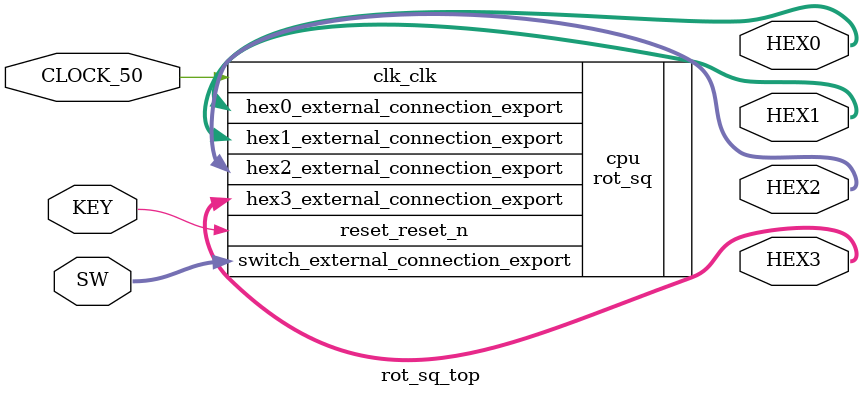
<source format=v>
module rot_sq_top
	(
		input wire CLOCK_50,
		input wire [9:0] SW,
		input wire [0:0] KEY,
		output wire [6:0] HEX3, HEX2, HEX1, HEX0
	);
	
	rot_sq cpu (
		.clk_clk(CLOCK_50),
		.reset_reset_n(KEY[0]),
		.switch_external_connection_export(SW),
		.hex3_external_connection_export(HEX3),
		.hex2_external_connection_export(HEX2),
		.hex1_external_connection_export(HEX1),
		.hex0_external_connection_export(HEX0),
	);
endmodule

</source>
